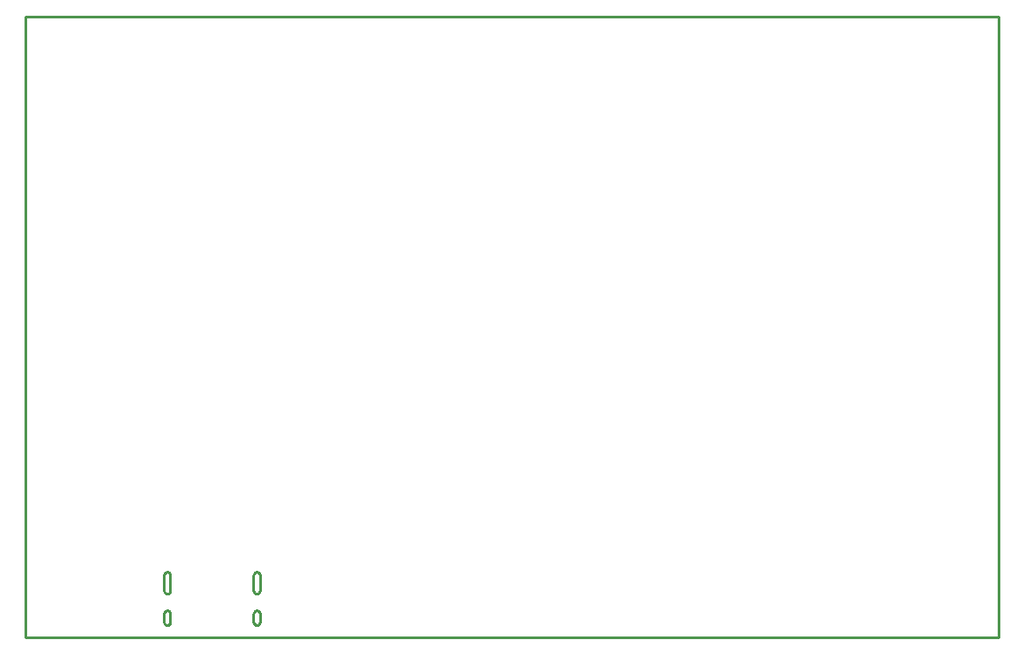
<source format=gbr>
G04 EAGLE Gerber X2 export*
%TF.Part,Single*%
%TF.FileFunction,Profile,NP*%
%TF.FilePolarity,Positive*%
%TF.GenerationSoftware,Autodesk,EAGLE,9.7.0*%
%TF.CreationDate,2022-05-06T10:44:24Z*%
G75*
%MOMM*%
%FSLAX46Y46*%
%LPD*%
%IN*%
%AMOC8*
5,1,8,0,0,1.08239X$1,22.5*%
G01*
G04 Define Apertures*
%ADD10C,0.254000*%
D10*
X0Y0D02*
X94000000Y0D01*
X94000000Y60000000D01*
X0Y60000000D01*
X0Y0D01*
X13375000Y1470000D02*
X13376141Y1443853D01*
X13379556Y1417906D01*
X13385222Y1392353D01*
X13393094Y1367394D01*
X13403106Y1343216D01*
X13415194Y1320000D01*
X13429253Y1297928D01*
X13445188Y1277163D01*
X13462869Y1257869D01*
X13482163Y1240188D01*
X13502928Y1224253D01*
X13525000Y1210194D01*
X13548216Y1198106D01*
X13572394Y1188094D01*
X13597353Y1180222D01*
X13622906Y1174556D01*
X13648853Y1171141D01*
X13675000Y1170000D01*
X13701147Y1171141D01*
X13727094Y1174556D01*
X13752647Y1180222D01*
X13777606Y1188094D01*
X13801784Y1198106D01*
X13825000Y1210194D01*
X13847072Y1224253D01*
X13867838Y1240188D01*
X13887131Y1257869D01*
X13904813Y1277163D01*
X13920747Y1297928D01*
X13934806Y1320000D01*
X13946894Y1343216D01*
X13956906Y1367394D01*
X13964778Y1392353D01*
X13970444Y1417906D01*
X13973859Y1443853D01*
X13975000Y1470000D01*
X13975000Y2270000D01*
X13973859Y2296147D01*
X13970444Y2322094D01*
X13964778Y2347647D01*
X13956906Y2372606D01*
X13946894Y2396784D01*
X13934806Y2420000D01*
X13920747Y2442072D01*
X13904813Y2462838D01*
X13887131Y2482131D01*
X13867838Y2499813D01*
X13847072Y2515747D01*
X13825000Y2529806D01*
X13801784Y2541894D01*
X13777606Y2551906D01*
X13752647Y2559778D01*
X13727094Y2565444D01*
X13701147Y2568859D01*
X13675000Y2570000D01*
X13648853Y2568859D01*
X13622906Y2565444D01*
X13597353Y2559778D01*
X13572394Y2551906D01*
X13548216Y2541894D01*
X13525000Y2529806D01*
X13502928Y2515747D01*
X13482163Y2499813D01*
X13462869Y2482131D01*
X13445188Y2462838D01*
X13429253Y2442072D01*
X13415194Y2420000D01*
X13403106Y2396784D01*
X13393094Y2372606D01*
X13385222Y2347647D01*
X13379556Y2322094D01*
X13376141Y2296147D01*
X13375000Y2270000D01*
X13375000Y1470000D01*
X22025000Y1470000D02*
X22026141Y1443853D01*
X22029556Y1417906D01*
X22035222Y1392353D01*
X22043094Y1367394D01*
X22053106Y1343216D01*
X22065194Y1320000D01*
X22079253Y1297928D01*
X22095188Y1277163D01*
X22112869Y1257869D01*
X22132163Y1240188D01*
X22152928Y1224253D01*
X22175000Y1210194D01*
X22198216Y1198106D01*
X22222394Y1188094D01*
X22247353Y1180222D01*
X22272906Y1174556D01*
X22298853Y1171141D01*
X22325000Y1170000D01*
X22351147Y1171141D01*
X22377094Y1174556D01*
X22402647Y1180222D01*
X22427606Y1188094D01*
X22451784Y1198106D01*
X22475000Y1210194D01*
X22497072Y1224253D01*
X22517838Y1240188D01*
X22537131Y1257869D01*
X22554813Y1277163D01*
X22570747Y1297928D01*
X22584806Y1320000D01*
X22596894Y1343216D01*
X22606906Y1367394D01*
X22614778Y1392353D01*
X22620444Y1417906D01*
X22623859Y1443853D01*
X22625000Y1470000D01*
X22625000Y2270000D01*
X22623859Y2296147D01*
X22620444Y2322094D01*
X22614778Y2347647D01*
X22606906Y2372606D01*
X22596894Y2396784D01*
X22584806Y2420000D01*
X22570747Y2442072D01*
X22554813Y2462838D01*
X22537131Y2482131D01*
X22517838Y2499813D01*
X22497072Y2515747D01*
X22475000Y2529806D01*
X22451784Y2541894D01*
X22427606Y2551906D01*
X22402647Y2559778D01*
X22377094Y2565444D01*
X22351147Y2568859D01*
X22325000Y2570000D01*
X22298853Y2568859D01*
X22272906Y2565444D01*
X22247353Y2559778D01*
X22222394Y2551906D01*
X22198216Y2541894D01*
X22175000Y2529806D01*
X22152928Y2515747D01*
X22132163Y2499813D01*
X22112869Y2482131D01*
X22095188Y2462838D01*
X22079253Y2442072D01*
X22065194Y2420000D01*
X22053106Y2396784D01*
X22043094Y2372606D01*
X22035222Y2347647D01*
X22029556Y2322094D01*
X22026141Y2296147D01*
X22025000Y2270000D01*
X22025000Y1470000D01*
X13375000Y4500000D02*
X13376141Y4473853D01*
X13379556Y4447906D01*
X13385222Y4422353D01*
X13393094Y4397394D01*
X13403106Y4373216D01*
X13415194Y4350000D01*
X13429253Y4327928D01*
X13445188Y4307163D01*
X13462869Y4287869D01*
X13482163Y4270188D01*
X13502928Y4254253D01*
X13525000Y4240194D01*
X13548216Y4228106D01*
X13572394Y4218094D01*
X13597353Y4210222D01*
X13622906Y4204556D01*
X13648853Y4201141D01*
X13675000Y4200000D01*
X13701147Y4201141D01*
X13727094Y4204556D01*
X13752647Y4210222D01*
X13777606Y4218094D01*
X13801784Y4228106D01*
X13825000Y4240194D01*
X13847072Y4254253D01*
X13867838Y4270188D01*
X13887131Y4287869D01*
X13904813Y4307163D01*
X13920747Y4327928D01*
X13934806Y4350000D01*
X13946894Y4373216D01*
X13956906Y4397394D01*
X13964778Y4422353D01*
X13970444Y4447906D01*
X13973859Y4473853D01*
X13975000Y4500000D01*
X13975000Y6000000D01*
X13973859Y6026147D01*
X13970444Y6052094D01*
X13964778Y6077647D01*
X13956906Y6102606D01*
X13946894Y6126784D01*
X13934806Y6150000D01*
X13920747Y6172072D01*
X13904813Y6192838D01*
X13887131Y6212131D01*
X13867838Y6229813D01*
X13847072Y6245747D01*
X13825000Y6259806D01*
X13801784Y6271894D01*
X13777606Y6281906D01*
X13752647Y6289778D01*
X13727094Y6295444D01*
X13701147Y6298859D01*
X13675000Y6300000D01*
X13648853Y6298859D01*
X13622906Y6295444D01*
X13597353Y6289778D01*
X13572394Y6281906D01*
X13548216Y6271894D01*
X13525000Y6259806D01*
X13502928Y6245747D01*
X13482163Y6229813D01*
X13462869Y6212131D01*
X13445188Y6192838D01*
X13429253Y6172072D01*
X13415194Y6150000D01*
X13403106Y6126784D01*
X13393094Y6102606D01*
X13385222Y6077647D01*
X13379556Y6052094D01*
X13376141Y6026147D01*
X13375000Y6000000D01*
X13375000Y4500000D01*
X22025000Y4500000D02*
X22026141Y4473853D01*
X22029556Y4447906D01*
X22035222Y4422353D01*
X22043094Y4397394D01*
X22053106Y4373216D01*
X22065194Y4350000D01*
X22079253Y4327928D01*
X22095188Y4307163D01*
X22112869Y4287869D01*
X22132163Y4270188D01*
X22152928Y4254253D01*
X22175000Y4240194D01*
X22198216Y4228106D01*
X22222394Y4218094D01*
X22247353Y4210222D01*
X22272906Y4204556D01*
X22298853Y4201141D01*
X22325000Y4200000D01*
X22351147Y4201141D01*
X22377094Y4204556D01*
X22402647Y4210222D01*
X22427606Y4218094D01*
X22451784Y4228106D01*
X22475000Y4240194D01*
X22497072Y4254253D01*
X22517838Y4270188D01*
X22537131Y4287869D01*
X22554813Y4307163D01*
X22570747Y4327928D01*
X22584806Y4350000D01*
X22596894Y4373216D01*
X22606906Y4397394D01*
X22614778Y4422353D01*
X22620444Y4447906D01*
X22623859Y4473853D01*
X22625000Y4500000D01*
X22625000Y6000000D01*
X22623859Y6026147D01*
X22620444Y6052094D01*
X22614778Y6077647D01*
X22606906Y6102606D01*
X22596894Y6126784D01*
X22584806Y6150000D01*
X22570747Y6172072D01*
X22554813Y6192838D01*
X22537131Y6212131D01*
X22517838Y6229813D01*
X22497072Y6245747D01*
X22475000Y6259806D01*
X22451784Y6271894D01*
X22427606Y6281906D01*
X22402647Y6289778D01*
X22377094Y6295444D01*
X22351147Y6298859D01*
X22325000Y6300000D01*
X22298853Y6298859D01*
X22272906Y6295444D01*
X22247353Y6289778D01*
X22222394Y6281906D01*
X22198216Y6271894D01*
X22175000Y6259806D01*
X22152928Y6245747D01*
X22132163Y6229813D01*
X22112869Y6212131D01*
X22095188Y6192838D01*
X22079253Y6172072D01*
X22065194Y6150000D01*
X22053106Y6126784D01*
X22043094Y6102606D01*
X22035222Y6077647D01*
X22029556Y6052094D01*
X22026141Y6026147D01*
X22025000Y6000000D01*
X22025000Y4500000D01*
M02*

</source>
